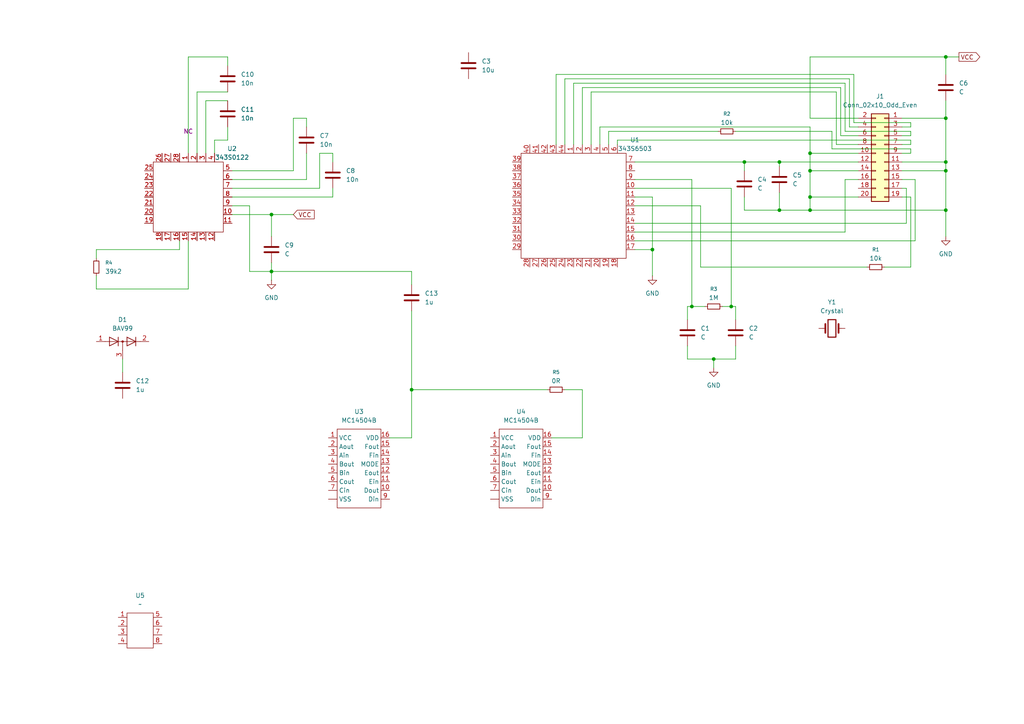
<source format=kicad_sch>
(kicad_sch (version 20250114) (generator "eeschema") (generator_version "9.0")
  (paper "A4")
  (lib_symbols
    (symbol "1_trackpad:343S0122"
      (property "Reference" "U" (at 0 0 0))
      (symbol "343S0122_0_1"
        (rectangle (start -10.16 -8.89) (end 10.16 -29.21))
      )
      (symbol "343S0122_1_1"
        (pin input line (at -12.7 -11.43 0) (length 2.54) (name "") (number "25"))
        (pin input line (at -12.7 -13.97 0) (length 2.54) (name "") (number "24"))
        (pin input line (at -12.7 -16.51 0) (length 2.54) (name "") (number "23"))
        (pin input line (at -12.7 -19.05 0) (length 2.54) (name "") (number "22"))
        (pin input line (at -12.7 -21.59 0) (length 2.54) (name "") (number "21"))
        (pin input line (at -12.7 -24.13 0) (length 2.54) (name "") (number "20"))
        (pin input line (at -12.7 -26.67 0) (length 2.54) (name "") (number "19"))
        (pin input line (at -7.62 -6.35 270) (length 2.54) (name "") (number "26"))
        (pin input line (at -7.62 -31.75 90) (length 2.54) (name "") (number "18"))
        (pin input line (at -5.08 -6.35 270) (length 2.54) (name "") (number "27"))
        (pin input line (at -5.08 -31.75 90) (length 2.54) (name "") (number "17"))
        (pin input line (at -2.54 -6.35 270) (length 2.54) (name "") (number "28"))
        (pin input line (at -2.54 -31.75 90) (length 2.54) (name "") (number "16"))
        (pin input line (at 0 -6.35 270) (length 2.54) (name "") (number "1"))
        (pin input line (at 0 -31.75 90) (length 2.54) (name "") (number "15"))
        (pin input line (at 2.54 -6.35 270) (length 2.54) (name "") (number "2"))
        (pin input line (at 2.54 -31.75 90) (length 2.54) (name "") (number "14"))
        (pin input line (at 5.08 -6.35 270) (length 2.54) (name "") (number "3"))
        (pin input line (at 5.08 -31.75 90) (length 2.54) (name "") (number "13"))
        (pin input line (at 7.62 -6.35 270) (length 2.54) (name "") (number "4"))
        (pin input line (at 7.62 -31.75 90) (length 2.54) (name "") (number "12"))
        (pin input line (at 12.7 -11.43 180) (length 2.54) (name "") (number "5"))
        (pin input line (at 12.7 -13.97 180) (length 2.54) (name "") (number "6"))
        (pin input line (at 12.7 -16.51 180) (length 2.54) (name "") (number "7"))
        (pin input line (at 12.7 -19.05 180) (length 2.54) (name "") (number "8"))
        (pin input line (at 12.7 -21.59 180) (length 2.54) (name "") (number "9"))
        (pin input line (at 12.7 -24.13 180) (length 2.54) (name "") (number "10"))
        (pin input line (at 12.7 -26.67 180) (length 2.54) (name "") (number "11"))
      )
    )
    (symbol "1_trackpad:343S6503"
      (property "Reference" "U" (at 0 0 0))
      (symbol "343S6503_0_1"
        (rectangle (start -15.24 -7.62) (end 15.24 -38.1))
      )
      (symbol "343S6503_1_1"
        (pin input line (at -17.78 -10.16 0) (length 2.54) (name "") (number "39"))
        (pin input line (at -17.78 -12.7 0) (length 2.54) (name "") (number "38"))
        (pin input line (at -17.78 -15.24 0) (length 2.54) (name "") (number "37"))
        (pin input line (at -17.78 -17.78 0) (length 2.54) (name "") (number "36"))
        (pin input line (at -17.78 -20.32 0) (length 2.54) (name "") (number "35"))
        (pin input line (at -17.78 -22.86 0) (length 2.54) (name "") (number "34"))
        (pin input line (at -17.78 -25.4 0) (length 2.54) (name "") (number "33"))
        (pin input line (at -17.78 -27.94 0) (length 2.54) (name "") (number "32"))
        (pin input line (at -17.78 -30.48 0) (length 2.54) (name "") (number "31"))
        (pin input line (at -17.78 -33.02 0) (length 2.54) (name "") (number "30"))
        (pin input line (at -17.78 -35.56 0) (length 2.54) (name "") (number "29"))
        (pin input line (at -12.7 -5.08 270) (length 2.54) (name "") (number "40"))
        (pin input line (at -12.7 -40.64 90) (length 2.54) (name "") (number "28"))
        (pin input line (at -10.16 -5.08 270) (length 2.54) (name "") (number "41"))
        (pin input line (at -10.16 -40.64 90) (length 2.54) (name "") (number "27"))
        (pin input line (at -7.62 -5.08 270) (length 2.54) (name "") (number "42"))
        (pin input line (at -7.62 -40.64 90) (length 2.54) (name "") (number "26"))
        (pin input line (at -5.08 -5.08 270) (length 2.54) (name "") (number "43"))
        (pin input line (at -5.08 -40.64 90) (length 2.54) (name "") (number "25"))
        (pin input line (at -2.54 -5.08 270) (length 2.54) (name "") (number "44"))
        (pin input line (at -2.54 -40.64 90) (length 2.54) (name "") (number "24"))
        (pin input line (at 0 -5.08 270) (length 2.54) (name "") (number "1"))
        (pin input line (at 0 -40.64 90) (length 2.54) (name "") (number "23"))
        (pin input line (at 2.54 -5.08 270) (length 2.54) (name "") (number "2"))
        (pin input line (at 2.54 -40.64 90) (length 2.54) (name "") (number "22"))
        (pin input line (at 5.08 -5.08 270) (length 2.54) (name "") (number "3"))
        (pin input line (at 5.08 -40.64 90) (length 2.54) (name "") (number "21"))
        (pin input line (at 7.62 -5.08 270) (length 2.54) (name "") (number "4"))
        (pin input line (at 7.62 -40.64 90) (length 2.54) (name "") (number "20"))
        (pin input line (at 10.16 -5.08 270) (length 2.54) (name "") (number "5"))
        (pin input line (at 10.16 -40.64 90) (length 2.54) (name "") (number "19"))
        (pin input line (at 12.7 -5.08 270) (length 2.54) (name "") (number "6"))
        (pin input line (at 12.7 -40.64 90) (length 2.54) (name "") (number "18"))
        (pin input line (at 17.78 -10.16 180) (length 2.54) (name "") (number "7"))
        (pin input line (at 17.78 -12.7 180) (length 2.54) (name "") (number "8"))
        (pin input line (at 17.78 -15.24 180) (length 2.54) (name "") (number "9"))
        (pin input line (at 17.78 -17.78 180) (length 2.54) (name "") (number "10"))
        (pin input line (at 17.78 -20.32 180) (length 2.54) (name "") (number "11"))
        (pin input line (at 17.78 -22.86 180) (length 2.54) (name "") (number "12"))
        (pin input line (at 17.78 -25.4 180) (length 2.54) (name "") (number "13"))
        (pin input line (at 17.78 -27.94 180) (length 2.54) (name "") (number "14"))
        (pin input line (at 17.78 -30.48 180) (length 2.54) (name "") (number "15"))
        (pin input line (at 17.78 -33.02 180) (length 2.54) (name "") (number "16"))
        (pin input line (at 17.78 -35.56 180) (length 2.54) (name "") (number "17"))
      )
    )
    (symbol "1_trackpad:L534"
      (property "Reference" "U" (at 0 0 0))
      (symbol "L534_0_1"
        (rectangle (start -3.81 -1.27) (end 3.81 -11.43))
      )
      (symbol "L534_1_1"
        (pin input line (at -6.35 -2.54 0) (length 2.54) (name "") (number "1"))
        (pin input line (at -6.35 -5.08 0) (length 2.54) (name "") (number "2"))
        (pin input line (at -6.35 -7.62 0) (length 2.54) (name "") (number "3"))
        (pin input line (at -6.35 -10.16 0) (length 2.54) (name "") (number "4"))
        (pin input line (at 6.35 -2.54 180) (length 2.54) (name "") (number "5"))
        (pin input line (at 6.35 -5.08 180) (length 2.54) (name "") (number "6"))
        (pin input line (at 6.35 -7.62 180) (length 2.54) (name "") (number "7"))
        (pin input line (at 6.35 -10.16 180) (length 2.54) (name "") (number "8"))
      )
    )
    (symbol "1_trackpad:MC14504B"
      (property "Reference" "U" (at 0 0 0))
      (symbol "MC14504B_0_1"
        (rectangle (start -6.35 -1.27) (end 6.35 -24.13))
      )
      (symbol "MC14504B_1_1"
        (pin power_in line (at -8.89 -3.81 0) (length 2.54) (name "VCC") (number "1"))
        (pin output line (at -8.89 -6.35 0) (length 2.54) (name "Aout") (number "2"))
        (pin input line (at -8.89 -8.89 0) (length 2.54) (name "Ain") (number "3"))
        (pin output line (at -8.89 -11.43 0) (length 2.54) (name "Bout") (number "4"))
        (pin input line (at -8.89 -13.97 0) (length 2.54) (name "Bin") (number "5"))
        (pin output line (at -8.89 -16.51 0) (length 2.54) (name "Cout") (number "6"))
        (pin input line (at -8.89 -19.05 0) (length 2.54) (name "Cin") (number "7"))
        (pin power_in line (at -8.89 -21.59 0) (length 2.54) (name "VSS") (number ""))
        (pin power_in line (at 8.89 -3.81 180) (length 2.54) (name "VDD") (number "16"))
        (pin output line (at 8.89 -6.35 180) (length 2.54) (name "Fout") (number "15"))
        (pin input line (at 8.89 -8.89 180) (length 2.54) (name "Fin") (number "14"))
        (pin input line (at 8.89 -11.43 180) (length 2.54) (name "MODE") (number "13"))
        (pin output line (at 8.89 -13.97 180) (length 2.54) (name "Eout") (number "12"))
        (pin input line (at 8.89 -16.51 180) (length 2.54) (name "Ein") (number "11"))
        (pin output line (at 8.89 -19.05 180) (length 2.54) (name "Dout") (number "10"))
        (pin input line (at 8.89 -21.59 180) (length 2.54) (name "Din") (number "9"))
      )
    )
    (symbol "Connector_Generic:Conn_02x10_Odd_Even" (pin_names (offset 1.016) (hide yes))
      (property "Reference" "J" (at 1.27 12.7 0))
      (property "Value" "Conn_02x10_Odd_Even" (at 1.27 -15.24 0))
      (symbol "Conn_02x10_Odd_Even_1_1"
        (rectangle (start -1.27 11.43) (end 3.81 -13.97) (stroke (width 0.254)) (fill (type background)))
        (rectangle (start -1.27 10.287) (end 0 10.033) (stroke (width 0.1524)))
        (rectangle (start -1.27 7.747) (end 0 7.493) (stroke (width 0.1524)))
        (rectangle (start -1.27 5.207) (end 0 4.953) (stroke (width 0.1524)))
        (rectangle (start -1.27 2.667) (end 0 2.413) (stroke (width 0.1524)))
        (rectangle (start -1.27 0.127) (end 0 -0.127) (stroke (width 0.1524)))
        (rectangle (start -1.27 -2.413) (end 0 -2.667) (stroke (width 0.1524)))
        (rectangle (start -1.27 -4.953) (end 0 -5.207) (stroke (width 0.1524)))
        (rectangle (start -1.27 -7.493) (end 0 -7.747) (stroke (width 0.1524)))
        (rectangle (start -1.27 -10.033) (end 0 -10.287) (stroke (width 0.1524)))
        (rectangle (start -1.27 -12.573) (end 0 -12.827) (stroke (width 0.1524)))
        (rectangle (start 3.81 10.287) (end 2.54 10.033) (stroke (width 0.1524)))
        (rectangle (start 3.81 7.747) (end 2.54 7.493) (stroke (width 0.1524)))
        (rectangle (start 3.81 5.207) (end 2.54 4.953) (stroke (width 0.1524)))
        (rectangle (start 3.81 2.667) (end 2.54 2.413) (stroke (width 0.1524)))
        (rectangle (start 3.81 0.127) (end 2.54 -0.127) (stroke (width 0.1524)))
        (rectangle (start 3.81 -2.413) (end 2.54 -2.667) (stroke (width 0.1524)))
        (rectangle (start 3.81 -4.953) (end 2.54 -5.207) (stroke (width 0.1524)))
        (rectangle (start 3.81 -7.493) (end 2.54 -7.747) (stroke (width 0.1524)))
        (rectangle (start 3.81 -10.033) (end 2.54 -10.287) (stroke (width 0.1524)))
        (rectangle (start 3.81 -12.573) (end 2.54 -12.827) (stroke (width 0.1524)))
        (pin passive line (at -5.08 10.16 0) (length 3.81) (name "Pin_1") (number "1"))
        (pin passive line (at -5.08 7.62 0) (length 3.81) (name "Pin_3") (number "3"))
        (pin passive line (at -5.08 5.08 0) (length 3.81) (name "Pin_5") (number "5"))
        (pin passive line (at -5.08 2.54 0) (length 3.81) (name "Pin_7") (number "7"))
        (pin passive line (at -5.08 0 0) (length 3.81) (name "Pin_9") (number "9"))
        (pin passive line (at -5.08 -2.54 0) (length 3.81) (name "Pin_11") (number "11"))
        (pin passive line (at -5.08 -5.08 0) (length 3.81) (name "Pin_13") (number "13"))
        (pin passive line (at -5.08 -7.62 0) (length 3.81) (name "Pin_15") (number "15"))
        (pin passive line (at -5.08 -10.16 0) (length 3.81) (name "Pin_17") (number "17"))
        (pin passive line (at -5.08 -12.7 0) (length 3.81) (name "Pin_19") (number "19"))
        (pin passive line (at 7.62 10.16 180) (length 3.81) (name "Pin_2") (number "2"))
        (pin passive line (at 7.62 7.62 180) (length 3.81) (name "Pin_4") (number "4"))
        (pin passive line (at 7.62 5.08 180) (length 3.81) (name "Pin_6") (number "6"))
        (pin passive line (at 7.62 2.54 180) (length 3.81) (name "Pin_8") (number "8"))
        (pin passive line (at 7.62 0 180) (length 3.81) (name "Pin_10") (number "10"))
        (pin passive line (at 7.62 -2.54 180) (length 3.81) (name "Pin_12") (number "12"))
        (pin passive line (at 7.62 -5.08 180) (length 3.81) (name "Pin_14") (number "14"))
        (pin passive line (at 7.62 -7.62 180) (length 3.81) (name "Pin_16") (number "16"))
        (pin passive line (at 7.62 -10.16 180) (length 3.81) (name "Pin_18") (number "18"))
        (pin passive line (at 7.62 -12.7 180) (length 3.81) (name "Pin_20") (number "20"))
      )
    )
    (symbol "Device:C" (pin_numbers (hide yes)) (pin_names (offset 0.254))
      (property "Reference" "C" (at 0.635 2.54 0))
      (property "Value" "C" (at 0.635 -2.54 0))
      (symbol "C_0_1"
        (polyline (pts (xy -2.032 0.762) (xy 2.032 0.762)) (stroke (width 0.508)))
        (polyline (pts (xy -2.032 -0.762) (xy 2.032 -0.762)) (stroke (width 0.508)))
      )
      (symbol "C_1_1"
        (pin passive line (at 0 3.81 270) (length 2.794) (name "~") (number "1"))
        (pin passive line (at 0 -3.81 90) (length 2.794) (name "~") (number "2"))
      )
    )
    (symbol "Device:Crystal" (pin_numbers (hide yes)) (pin_names (offset 1.016) (hide yes))
      (property "Reference" "Y" (at 0 3.81 0))
      (property "Value" "Crystal" (at 0 -3.81 0))
      (symbol "Crystal_0_1"
        (polyline (pts (xy -2.54 0) (xy -1.905 0)))
        (polyline (pts (xy -1.905 -1.27) (xy -1.905 1.27)) (stroke (width 0.508)))
        (rectangle (start -1.143 2.54) (end 1.143 -2.54) (stroke (width 0.3048)))
        (polyline (pts (xy 1.905 -1.27) (xy 1.905 1.27)) (stroke (width 0.508)))
        (polyline (pts (xy 2.54 0) (xy 1.905 0)))
      )
      (symbol "Crystal_1_1"
        (pin passive line (at -3.81 0 0) (length 1.27) (name "1") (number "1"))
        (pin passive line (at 3.81 0 180) (length 1.27) (name "2") (number "2"))
      )
    )
    (symbol "Device:R_Small" (pin_numbers (hide yes)) (pin_names (offset 0.254) (hide yes))
      (property "Reference" "R" (at 0 0 90))
      (property "Value" "R_Small" (at 1.778 0 90))
      (symbol "R_Small_0_1"
        (rectangle (start -0.762 1.778) (end 0.762 -1.778) (stroke (width 0.2032)))
      )
      (symbol "R_Small_1_1"
        (pin passive line (at 0 2.54 270) (length 0.762) (name "~") (number "1"))
        (pin passive line (at 0 -2.54 90) (length 0.762) (name "~") (number "2"))
      )
    )
    (symbol "Diode:BAV99" (pin_names (hide yes))
      (property "Reference" "D" (at 0 5.08 0))
      (property "Value" "BAV99" (at 0 2.54 0))
      (symbol "BAV99_0_1"
        (polyline (pts (xy -5.08 0) (xy 5.08 0)))
      )
      (symbol "BAV99_1_1"
        (polyline (pts (xy -3.81 1.27) (xy -1.27 0) (xy -3.81 -1.27) (xy -3.81 1.27) (xy -3.81 1.27) (xy -3.81 1.27)) (stroke (width 0.2032)))
        (polyline (pts (xy -1.27 -1.27) (xy -1.27 1.27) (xy -1.27 1.27)) (stroke (width 0.2032)))
        (polyline (pts (xy 0 0) (xy 0 -2.54)))
        (circle (center 0 0) (radius 0.254) (fill (type outline)))
        (polyline (pts (xy 1.27 1.27) (xy 3.81 0) (xy 1.27 -1.27) (xy 1.27 1.27) (xy 1.27 1.27) (xy 1.27 1.27)) (stroke (width 0.2032)))
        (polyline (pts (xy 3.81 1.27) (xy 3.81 -1.27) (xy 3.81 -1.27)) (stroke (width 0.2032)))
        (pin passive line (at -7.62 0 0) (length 2.54) (name "K") (number "1"))
        (pin passive line (at 0 -5.08 90) (length 2.54) (name "K") (number "3"))
        (pin passive line (at 7.62 0 180) (length 2.54) (name "A") (number "2"))
      )
    )
    (symbol "power:GND" (power) (pin_numbers (hide yes)) (pin_names (offset 0) (hide yes))
      (property "Value" "GND" (at 0 -3.81 0))
      (symbol "GND_0_1"
        (polyline (pts (xy 0 0) (xy 0 -1.27) (xy 1.27 -1.27) (xy 0 -2.54) (xy -1.27 -1.27) (xy 0 -1.27)))
      )
      (symbol "GND_1_1"
        (pin power_in line (at 0 0 270) (length 0) (name "~") (number "1"))
      )
    )
  )
  (junction (at 226.06 46.99))
  (junction (at 207.01 104.14))
  (junction (at 78.74 78.74))
  (junction (at 226.06 60.96))
  (junction (at 200.66 88.9))
  (junction (at 234.95 57.15))
  (junction (at 78.74 62.23))
  (junction (at 274.32 60.96))
  (junction (at 212.09 88.9))
  (junction (at 189.23 72.39))
  (junction (at 234.95 49.53))
  (junction (at 274.32 34.29))
  (junction (at 274.32 46.99))
  (junction (at 119.38 113.03))
  (junction (at 234.95 44.45))
  (junction (at 234.95 60.96))
  (junction (at 215.9 46.99))
  (junction (at 274.32 16.51))
  (junction (at 274.32 49.53))
  (wire (pts (xy 52.07 69.85) (xy 52.07 72.39)))
  (wire (pts (xy 179.07 40.64) (xy 264.16 40.64)))
  (wire (pts (xy 189.23 80.01) (xy 189.23 72.39)))
  (wire (pts (xy 243.84 39.37) (xy 243.84 25.4)))
  (wire (pts (xy 78.74 62.23) (xy 85.09 62.23)))
  (wire (pts (xy 207.01 104.14) (xy 207.01 106.68)))
  (wire (pts (xy 213.36 88.9) (xy 212.09 88.9)))
  (wire (pts (xy 168.91 127) (xy 160.02 127)))
  (wire (pts (xy 204.47 88.9) (xy 200.66 88.9)))
  (wire (pts (xy 161.29 21.59) (xy 247.65 21.59)))
  (wire (pts (xy 248.92 34.29) (xy 234.95 34.29)))
  (wire (pts (xy 78.74 78.74) (xy 78.74 81.28)))
  (wire (pts (xy 261.62 57.15) (xy 264.16 57.15)))
  (wire (pts (xy 274.32 46.99) (xy 274.32 49.53)))
  (wire (pts (xy 35.56 104.14) (xy 35.56 107.95)))
  (wire (pts (xy 67.31 52.07) (xy 88.9 52.07)))
  (wire (pts (xy 66.04 29.21) (xy 59.69 29.21)))
  (wire (pts (xy 173.99 36.83) (xy 234.95 36.83)))
  (wire (pts (xy 67.31 49.53) (xy 85.09 49.53)))
  (wire (pts (xy 248.92 52.07) (xy 245.11 52.07)))
  (wire (pts (xy 66.04 19.05) (xy 66.04 16.51)))
  (wire (pts (xy 168.91 25.4) (xy 168.91 41.91)))
  (wire (pts (xy 184.15 69.85) (xy 265.43 69.85)))
  (wire (pts (xy 226.06 60.96) (xy 234.95 60.96)))
  (wire (pts (xy 234.95 36.83) (xy 234.95 44.45)))
  (wire (pts (xy 234.95 49.53) (xy 234.95 57.15)))
  (wire (pts (xy 248.92 44.45) (xy 234.95 44.45)))
  (wire (pts (xy 234.95 16.51) (xy 234.95 34.29)))
  (wire (pts (xy 72.39 78.74) (xy 78.74 78.74)))
  (wire (pts (xy 166.37 24.13) (xy 166.37 41.91)))
  (wire (pts (xy 200.66 52.07) (xy 200.66 88.9)))
  (wire (pts (xy 163.83 22.86) (xy 246.38 22.86)))
  (wire (pts (xy 199.39 104.14) (xy 199.39 100.33)))
  (wire (pts (xy 274.32 34.29) (xy 274.32 46.99)))
  (wire (pts (xy 212.09 54.61) (xy 212.09 88.9)))
  (wire (pts (xy 226.06 55.88) (xy 226.06 60.96)))
  (wire (pts (xy 176.53 41.91) (xy 176.53 38.1)))
  (wire (pts (xy 189.23 72.39) (xy 184.15 72.39)))
  (wire (pts (xy 184.15 59.69) (xy 203.2 59.69)))
  (wire (pts (xy 67.31 57.15) (xy 96.52 57.15)))
  (wire (pts (xy 78.74 76.2) (xy 78.74 78.74)))
  (wire (pts (xy 246.38 36.83) (xy 248.92 36.83)))
  (wire (pts (xy 168.91 25.4) (xy 243.84 25.4)))
  (wire (pts (xy 261.62 46.99) (xy 274.32 46.99)))
  (wire (pts (xy 161.29 21.59) (xy 161.29 41.91)))
  (wire (pts (xy 261.62 39.37) (xy 264.16 39.37)))
  (wire (pts (xy 234.95 60.96) (xy 274.32 60.96)))
  (wire (pts (xy 274.32 29.21) (xy 274.32 34.29)))
  (wire (pts (xy 62.23 40.64) (xy 66.04 40.64)))
  (wire (pts (xy 241.3 38.1) (xy 241.3 43.18)))
  (wire (pts (xy 96.52 44.45) (xy 96.52 46.99)))
  (wire (pts (xy 264.16 41.91) (xy 264.16 40.64)))
  (wire (pts (xy 215.9 60.96) (xy 226.06 60.96)))
  (wire (pts (xy 179.07 40.64) (xy 179.07 41.91)))
  (wire (pts (xy 119.38 90.17) (xy 119.38 113.03)))
  (wire (pts (xy 203.2 59.69) (xy 203.2 77.47)))
  (wire (pts (xy 173.99 41.91) (xy 173.99 36.83)))
  (wire (pts (xy 92.71 44.45) (xy 96.52 44.45)))
  (wire (pts (xy 119.38 78.74) (xy 119.38 82.55)))
  (wire (pts (xy 27.94 72.39) (xy 52.07 72.39)))
  (wire (pts (xy 59.69 29.21) (xy 59.69 44.45)))
  (wire (pts (xy 66.04 36.83) (xy 66.04 40.64)))
  (wire (pts (xy 27.94 74.93) (xy 27.94 72.39)))
  (wire (pts (xy 247.65 35.56) (xy 264.16 35.56)))
  (wire (pts (xy 264.16 35.56) (xy 264.16 36.83)))
  (wire (pts (xy 54.61 16.51) (xy 54.61 44.45)))
  (wire (pts (xy 264.16 39.37) (xy 264.16 38.1)))
  (wire (pts (xy 234.95 49.53) (xy 248.92 49.53)))
  (wire (pts (xy 184.15 46.99) (xy 215.9 46.99)))
  (wire (pts (xy 62.23 44.45) (xy 62.23 40.64)))
  (wire (pts (xy 184.15 57.15) (xy 189.23 57.15)))
  (wire (pts (xy 226.06 46.99) (xy 248.92 46.99)))
  (wire (pts (xy 67.31 62.23) (xy 78.74 62.23)))
  (wire (pts (xy 274.32 49.53) (xy 274.32 60.96)))
  (wire (pts (xy 203.2 77.47) (xy 251.46 77.47)))
  (wire (pts (xy 274.32 60.96) (xy 274.32 68.58)))
  (wire (pts (xy 78.74 62.23) (xy 78.74 68.58)))
  (wire (pts (xy 245.11 38.1) (xy 245.11 24.13)))
  (wire (pts (xy 261.62 34.29) (xy 274.32 34.29)))
  (wire (pts (xy 264.16 57.15) (xy 264.16 77.47)))
  (wire (pts (xy 119.38 113.03) (xy 119.38 127)))
  (wire (pts (xy 171.45 41.91) (xy 171.45 26.67)))
  (wire (pts (xy 113.03 127) (xy 119.38 127)))
  (wire (pts (xy 234.95 16.51) (xy 274.32 16.51)))
  (wire (pts (xy 85.09 34.29) (xy 85.09 49.53)))
  (wire (pts (xy 264.16 38.1) (xy 245.11 38.1)))
  (wire (pts (xy 119.38 78.74) (xy 78.74 78.74)))
  (wire (pts (xy 168.91 113.03) (xy 163.83 113.03)))
  (wire (pts (xy 261.62 41.91) (xy 264.16 41.91)))
  (wire (pts (xy 171.45 26.67) (xy 242.57 26.67)))
  (wire (pts (xy 265.43 52.07) (xy 265.43 69.85)))
  (wire (pts (xy 226.06 46.99) (xy 226.06 48.26)))
  (wire (pts (xy 119.38 113.03) (xy 158.75 113.03)))
  (wire (pts (xy 246.38 22.86) (xy 246.38 36.83)))
  (wire (pts (xy 212.09 88.9) (xy 209.55 88.9)))
  (wire (pts (xy 234.95 57.15) (xy 248.92 57.15)))
  (wire (pts (xy 215.9 46.99) (xy 226.06 46.99)))
  (wire (pts (xy 54.61 69.85) (xy 54.61 83.82)))
  (wire (pts (xy 242.57 26.67) (xy 242.57 41.91)))
  (wire (pts (xy 57.15 26.67) (xy 57.15 44.45)))
  (wire (pts (xy 247.65 21.59) (xy 247.65 35.56)))
  (wire (pts (xy 245.11 24.13) (xy 166.37 24.13)))
  (wire (pts (xy 54.61 83.82) (xy 27.94 83.82)))
  (wire (pts (xy 245.11 52.07) (xy 245.11 67.31)))
  (wire (pts (xy 88.9 36.83) (xy 88.9 34.29)))
  (wire (pts (xy 264.16 43.18) (xy 264.16 44.45)))
  (wire (pts (xy 261.62 44.45) (xy 264.16 44.45)))
  (wire (pts (xy 189.23 57.15) (xy 189.23 72.39)))
  (wire (pts (xy 163.83 41.91) (xy 163.83 22.86)))
  (wire (pts (xy 213.36 100.33) (xy 213.36 104.14)))
  (wire (pts (xy 200.66 88.9) (xy 199.39 88.9)))
  (wire (pts (xy 207.01 104.14) (xy 199.39 104.14)))
  (wire (pts (xy 274.32 16.51) (xy 278.13 16.51)))
  (wire (pts (xy 168.91 113.03) (xy 168.91 127)))
  (wire (pts (xy 57.15 26.67) (xy 66.04 26.67)))
  (wire (pts (xy 261.62 49.53) (xy 274.32 49.53)))
  (wire (pts (xy 72.39 59.69) (xy 72.39 78.74)))
  (wire (pts (xy 234.95 60.96) (xy 234.95 57.15)))
  (wire (pts (xy 176.53 38.1) (xy 208.28 38.1)))
  (wire (pts (xy 92.71 54.61) (xy 92.71 44.45)))
  (wire (pts (xy 184.15 64.77) (xy 262.89 64.77)))
  (wire (pts (xy 241.3 43.18) (xy 264.16 43.18)))
  (wire (pts (xy 248.92 39.37) (xy 243.84 39.37)))
  (wire (pts (xy 234.95 44.45) (xy 234.95 49.53)))
  (wire (pts (xy 262.89 54.61) (xy 261.62 54.61)))
  (wire (pts (xy 88.9 34.29) (xy 85.09 34.29)))
  (wire (pts (xy 184.15 54.61) (xy 212.09 54.61)))
  (wire (pts (xy 213.36 38.1) (xy 241.3 38.1)))
  (wire (pts (xy 261.62 52.07) (xy 265.43 52.07)))
  (wire (pts (xy 88.9 44.45) (xy 88.9 52.07)))
  (wire (pts (xy 213.36 92.71) (xy 213.36 88.9)))
  (wire (pts (xy 96.52 57.15) (xy 96.52 54.61)))
  (wire (pts (xy 262.89 54.61) (xy 262.89 64.77)))
  (wire (pts (xy 27.94 83.82) (xy 27.94 80.01)))
  (wire (pts (xy 184.15 67.31) (xy 245.11 67.31)))
  (wire (pts (xy 199.39 88.9) (xy 199.39 92.71)))
  (wire (pts (xy 274.32 16.51) (xy 274.32 21.59)))
  (wire (pts (xy 242.57 41.91) (xy 248.92 41.91)))
  (wire (pts (xy 215.9 57.15) (xy 215.9 60.96)))
  (wire (pts (xy 67.31 54.61) (xy 92.71 54.61)))
  (wire (pts (xy 67.31 59.69) (xy 72.39 59.69)))
  (wire (pts (xy 213.36 104.14) (xy 207.01 104.14)))
  (wire (pts (xy 215.9 46.99) (xy 215.9 49.53)))
  (wire (pts (xy 264.16 77.47) (xy 256.54 77.47)))
  (wire (pts (xy 184.15 52.07) (xy 200.66 52.07)))
  (wire (pts (xy 66.04 16.51) (xy 54.61 16.51)))
  (wire (pts (xy 261.62 36.83) (xy 264.16 36.83)))
  (global_label "VCC" (shape input) (at 85.09 62.23 0) (property "Intersheetrefs" "${INTERSHEET_REFS}" (effects (hide yes))))
  (global_label "VCC" (shape output) (at 278.13 16.51 0) (property "Intersheetrefs" "${INTERSHEET_REFS}" (effects (hide yes))))
  (symbol (lib_id "power:GND") (at 189.23 80.01 0) (unit 1)
    (property "Reference" "#PWR04" (effects (hide yes)))
    (property "Value" "GND" (at 189.23 85.09 0))
    (property "Description" "Power symbol creates a global label with name \"GND\" , ground" (effects (hide yes)))
  )
  (symbol (lib_id "Connector_Generic:Conn_02x10_Odd_Even") (at 256.54 44.45 0) (mirror y) (unit 1)
    (property "Reference" "J1" (at 255.27 27.94 0))
    (property "Value" "Conn_02x10_Odd_Even" (at 255.27 30.48 0))
    (property "Description" "Generic connector, double row, 02x10, odd/even pin numbering scheme (row 1 odd numbers, row 2 even numbers), script generated (kicad-library-utils/schlib/autogen/connector/)" (effects (hide yes)))
  )
  (symbol (lib_id "power:GND") (at 78.74 81.28 0) (unit 1)
    (property "Reference" "#PWR03" (effects (hide yes)))
    (property "Value" "GND" (at 78.74 86.36 0))
    (property "Description" "Power symbol creates a global label with name \"GND\" , ground" (effects (hide yes)))
  )
  (symbol (lib_id "Device:C") (at 96.52 50.8 0) (unit 1)
    (property "Reference" "C8" (at 100.33 49.5299 0) (effects (justify left)))
    (property "Value" "10n" (at 100.33 52.0699 0) (effects (justify left)))
    (property "Description" "Unpolarized capacitor" (effects (hide yes)))
  )
  (symbol (lib_id "1_trackpad:343S6503") (at 166.37 36.83 0) (unit 1)
    (property "Reference" "U1" (at 184.15 40.5698 0))
    (property "Value" "343S6503" (at 184.15 43.1098 0))
  )
  (symbol (lib_id "Diode:BAV99") (at 35.56 99.06 0) (unit 1)
    (property "Reference" "D1" (at 35.56 92.71 0))
    (property "Value" "BAV99" (at 35.56 95.25 0))
    (property "Footprint" "Package_TO_SOT_SMD:SOT-23" (effects (hide yes)))
    (property "Datasheet" "https://assets.nexperia.com/documents/data-sheet/BAV99_SER.pdf" (effects (hide yes)))
    (property "Description" "BAV99 High-speed switching diodes, SOT-23" (effects (hide yes)))
  )
  (symbol (lib_id "power:GND") (at 274.32 68.58 0) (unit 1)
    (property "Reference" "#PWR01" (effects (hide yes)))
    (property "Value" "GND" (at 274.32 73.66 0))
    (property "Description" "Power symbol creates a global label with name \"GND\" , ground" (effects (hide yes)))
  )
  (symbol (lib_id "Device:R_Small") (at 161.29 113.03 90) (unit 1)
    (property "Reference" "R5" (at 161.29 107.95 90) (effects (font (size 1.016 1.016))))
    (property "Value" "0R" (at 161.29 110.49 90))
    (property "Description" "Resistor, small symbol" (effects (hide yes)))
  )
  (symbol (lib_id "Device:C") (at 88.9 40.64 0) (unit 1)
    (property "Reference" "C7" (at 92.71 39.3699 0) (effects (justify left)))
    (property "Value" "10n" (at 92.71 41.9099 0) (effects (justify left)))
    (property "Description" "Unpolarized capacitor" (effects (hide yes)))
  )
  (symbol (lib_id "1_trackpad:MC14504B") (at 151.13 123.19 0) (unit 1)
    (property "Reference" "U4" (at 151.13 119.38 0))
    (property "Value" "MC14504B" (at 151.13 121.92 0))
  )
  (symbol (lib_id "Device:R_Small") (at 210.82 38.1 270) (unit 1)
    (property "Reference" "R2" (at 210.82 33.02 90) (effects (font (size 1.016 1.016))))
    (property "Value" "10k" (at 210.82 35.56 90))
    (property "Description" "Resistor, small symbol" (effects (hide yes)))
  )
  (symbol (lib_id "Device:R_Small") (at 254 77.47 270) (unit 1)
    (property "Reference" "R1" (at 254 72.39 90) (effects (font (size 1.016 1.016))))
    (property "Value" "10k" (at 254 74.93 90))
    (property "Description" "Resistor, small symbol" (effects (hide yes)))
  )
  (symbol (lib_id "Device:C") (at 199.39 96.52 0) (unit 1)
    (property "Reference" "C1" (at 203.2 95.2499 0) (effects (justify left)))
    (property "Value" "C" (at 203.2 97.7899 0) (effects (justify left)))
    (property "Description" "Unpolarized capacitor" (effects (hide yes)))
  )
  (symbol (lib_id "1_trackpad:L534") (at 40.64 176.53 0) (unit 1)
    (property "Reference" "U5" (at 40.64 172.72 0))
    (property "Value" "~" (at 40.64 175.26 0))
  )
  (symbol (lib_id "Device:R_Small") (at 27.94 77.47 0) (unit 1)
    (property "Reference" "R4" (at 30.48 76.1999 0) (effects (font (size 1.016 1.016)) (justify left)))
    (property "Value" "39k2" (at 30.48 78.7399 0) (effects (justify left)))
    (property "Description" "Resistor, small symbol" (effects (hide yes)))
  )
  (symbol (lib_id "Device:C") (at 135.89 19.05 0) (unit 1)
    (property "Reference" "C3" (at 139.7 17.7799 0) (effects (justify left)))
    (property "Value" "10u" (at 139.7 20.3199 0) (effects (justify left)))
    (property "Description" "Unpolarized capacitor" (effects (hide yes)))
  )
  (symbol (lib_id "Device:C") (at 226.06 52.07 0) (unit 1)
    (property "Reference" "C5" (at 229.87 50.7999 0) (effects (justify left)))
    (property "Value" "C" (at 229.87 53.3399 0) (effects (justify left)))
    (property "Description" "Unpolarized capacitor" (effects (hide yes)))
  )
  (symbol (lib_id "Device:C") (at 66.04 33.02 0) (unit 1)
    (property "Reference" "C11" (at 69.85 31.7499 0) (effects (justify left)))
    (property "Value" "10n" (at 69.85 34.2899 0) (effects (justify left)))
    (property "Description" "Unpolarized capacitor" (effects (hide yes)))
  )
  (symbol (lib_id "Device:C") (at 215.9 53.34 0) (unit 1)
    (property "Reference" "C4" (at 219.71 52.0699 0) (effects (justify left)))
    (property "Value" "C" (at 219.71 54.6099 0) (effects (justify left)))
    (property "Description" "Unpolarized capacitor" (effects (hide yes)))
  )
  (symbol (lib_id "Device:C") (at 274.32 25.4 0) (unit 1)
    (property "Reference" "C6" (at 278.13 24.1299 0) (effects (justify left)))
    (property "Value" "C" (at 278.13 26.6699 0) (effects (justify left)))
    (property "Description" "Unpolarized capacitor" (effects (hide yes)))
  )
  (symbol (lib_id "Device:R_Small") (at 207.01 88.9 270) (unit 1)
    (property "Reference" "R3" (at 207.01 83.82 90) (effects (font (size 1.016 1.016))))
    (property "Value" "1M" (at 207.01 86.36 90))
    (property "Description" "Resistor, small symbol" (effects (hide yes)))
  )
  (symbol (lib_id "Device:C") (at 119.38 86.36 0) (unit 1)
    (property "Reference" "C13" (at 123.19 85.0899 0) (effects (justify left)))
    (property "Value" "1u" (at 123.19 87.6299 0) (effects (justify left)))
    (property "Description" "Unpolarized capacitor" (effects (hide yes)))
  )
  (symbol (lib_id "1_trackpad:343S0122") (at 54.61 38.1 0) (unit 1)
    (property "Reference" "U2" (at 67.31 43.1098 0))
    (property "Value" "343S0122" (at 67.31 45.6498 0))
    (property "Description" "NC" (at 54.61 38.1 0))
  )
  (symbol (lib_id "Device:C") (at 213.36 96.52 0) (unit 1)
    (property "Reference" "C2" (at 217.17 95.2499 0) (effects (justify left)))
    (property "Value" "C" (at 217.17 97.7899 0) (effects (justify left)))
    (property "Description" "Unpolarized capacitor" (effects (hide yes)))
  )
  (symbol (lib_id "power:GND") (at 207.01 106.68 0) (unit 1)
    (property "Reference" "#PWR02" (effects (hide yes)))
    (property "Value" "GND" (at 207.01 111.76 0))
    (property "Description" "Power symbol creates a global label with name \"GND\" , ground" (effects (hide yes)))
  )
  (symbol (lib_id "Device:C") (at 66.04 22.86 0) (unit 1)
    (property "Reference" "C10" (at 69.85 21.5899 0) (effects (justify left)))
    (property "Value" "10n" (at 69.85 24.1299 0) (effects (justify left)))
    (property "Description" "Unpolarized capacitor" (effects (hide yes)))
  )
  (symbol (lib_id "Device:C") (at 78.74 72.39 0) (unit 1)
    (property "Reference" "C9" (at 82.55 71.1199 0) (effects (justify left)))
    (property "Value" "C" (at 82.55 73.6599 0) (effects (justify left)))
    (property "Description" "Unpolarized capacitor" (effects (hide yes)))
  )
  (symbol (lib_id "Device:C") (at 35.56 111.76 0) (unit 1)
    (property "Reference" "C12" (at 39.37 110.4899 0) (effects (justify left)))
    (property "Value" "1u" (at 39.37 113.0299 0) (effects (justify left)))
    (property "Description" "Unpolarized capacitor" (effects (hide yes)))
  )
  (symbol (lib_id "1_trackpad:MC14504B") (at 104.14 123.19 0) (unit 1)
    (property "Reference" "U3" (at 104.14 119.38 0))
    (property "Value" "MC14504B" (at 104.14 121.92 0))
  )
  (symbol (lib_id "Device:Crystal") (at 241.3 95.25 0) (unit 1)
    (property "Reference" "Y1" (at 241.3 87.63 0))
    (property "Value" "Crystal" (at 241.3 90.17 0))
    (property "Description" "Two pin crystal" (effects (hide yes)))
  )
)
</source>
